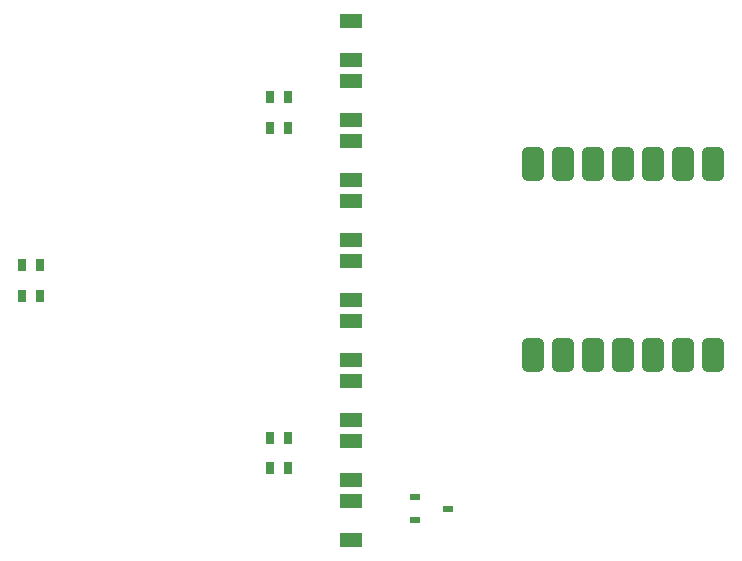
<source format=gbr>
G04 EAGLE Gerber RS-274X export*
G75*
%MOMM*%
%FSLAX34Y34*%
%LPD*%
%INSolderpaste Top*%
%IPPOS*%
%AMOC8*
5,1,8,0,0,1.08239X$1,22.5*%
G01*
G04 Define Apertures*
%ADD10R,0.700000X1.000000*%
%ADD11R,1.905000X1.270000*%
%ADD12C,0.952500*%
%ADD13R,0.900000X0.600000*%
D10*
X320100Y532600D03*
X305100Y532600D03*
X305100Y506600D03*
X320100Y506600D03*
X110100Y390200D03*
X95100Y390200D03*
X95100Y364200D03*
X110100Y364200D03*
X320100Y244300D03*
X305100Y244300D03*
X305100Y218300D03*
X320100Y218300D03*
D11*
X374200Y563890D03*
X374200Y596910D03*
X374200Y513090D03*
X374200Y546110D03*
X374200Y462290D03*
X374200Y495310D03*
X374200Y411490D03*
X374200Y444510D03*
X374200Y360690D03*
X374200Y393710D03*
X374200Y309890D03*
X374200Y342910D03*
X374200Y259090D03*
X374200Y292110D03*
X374200Y208290D03*
X374200Y241310D03*
X374200Y157490D03*
X374200Y190510D03*
D12*
X523008Y466728D02*
X523008Y486414D01*
X532534Y486414D01*
X532534Y466728D01*
X523008Y466728D01*
X523008Y475777D02*
X532534Y475777D01*
X532534Y484826D02*
X523008Y484826D01*
X548408Y486414D02*
X548408Y466728D01*
X548408Y486414D02*
X557934Y486414D01*
X557934Y466728D01*
X548408Y466728D01*
X548408Y475777D02*
X557934Y475777D01*
X557934Y484826D02*
X548408Y484826D01*
X573808Y486414D02*
X573808Y466728D01*
X573808Y486414D02*
X583334Y486414D01*
X583334Y466728D01*
X573808Y466728D01*
X573808Y475777D02*
X583334Y475777D01*
X583334Y484826D02*
X573808Y484826D01*
X599208Y486414D02*
X599208Y466728D01*
X599208Y486414D02*
X608734Y486414D01*
X608734Y466728D01*
X599208Y466728D01*
X599208Y475777D02*
X608734Y475777D01*
X608734Y484826D02*
X599208Y484826D01*
X624608Y486414D02*
X624608Y466728D01*
X624608Y486414D02*
X634134Y486414D01*
X634134Y466728D01*
X624608Y466728D01*
X624608Y475777D02*
X634134Y475777D01*
X634134Y484826D02*
X624608Y484826D01*
X650008Y486414D02*
X650008Y466728D01*
X650008Y486414D02*
X659534Y486414D01*
X659534Y466728D01*
X650008Y466728D01*
X650008Y475777D02*
X659534Y475777D01*
X659534Y484826D02*
X650008Y484826D01*
X675408Y486414D02*
X675408Y466728D01*
X675408Y486414D02*
X684934Y486414D01*
X684934Y466728D01*
X675408Y466728D01*
X675408Y475777D02*
X684934Y475777D01*
X684934Y484826D02*
X675408Y484826D01*
X523008Y324764D02*
X523008Y305078D01*
X523008Y324764D02*
X532534Y324764D01*
X532534Y305078D01*
X523008Y305078D01*
X523008Y314127D02*
X532534Y314127D01*
X532534Y323176D02*
X523008Y323176D01*
X548408Y324764D02*
X548408Y305078D01*
X548408Y324764D02*
X557934Y324764D01*
X557934Y305078D01*
X548408Y305078D01*
X548408Y314127D02*
X557934Y314127D01*
X557934Y323176D02*
X548408Y323176D01*
X573808Y324764D02*
X573808Y305078D01*
X573808Y324764D02*
X583334Y324764D01*
X583334Y305078D01*
X573808Y305078D01*
X573808Y314127D02*
X583334Y314127D01*
X583334Y323176D02*
X573808Y323176D01*
X599208Y324764D02*
X599208Y305078D01*
X599208Y324764D02*
X608734Y324764D01*
X608734Y305078D01*
X599208Y305078D01*
X599208Y314127D02*
X608734Y314127D01*
X608734Y323176D02*
X599208Y323176D01*
X624608Y324764D02*
X624608Y305078D01*
X624608Y324764D02*
X634134Y324764D01*
X634134Y305078D01*
X624608Y305078D01*
X624608Y314127D02*
X634134Y314127D01*
X634134Y323176D02*
X624608Y323176D01*
X650008Y324764D02*
X650008Y305078D01*
X650008Y324764D02*
X659534Y324764D01*
X659534Y305078D01*
X650008Y305078D01*
X650008Y314127D02*
X659534Y314127D01*
X659534Y323176D02*
X650008Y323176D01*
X675408Y324764D02*
X675408Y305078D01*
X675408Y324764D02*
X684934Y324764D01*
X684934Y305078D01*
X675408Y305078D01*
X675408Y314127D02*
X684934Y314127D01*
X684934Y323176D02*
X675408Y323176D01*
D13*
X427700Y193700D03*
X427700Y174700D03*
X455700Y184200D03*
M02*

</source>
